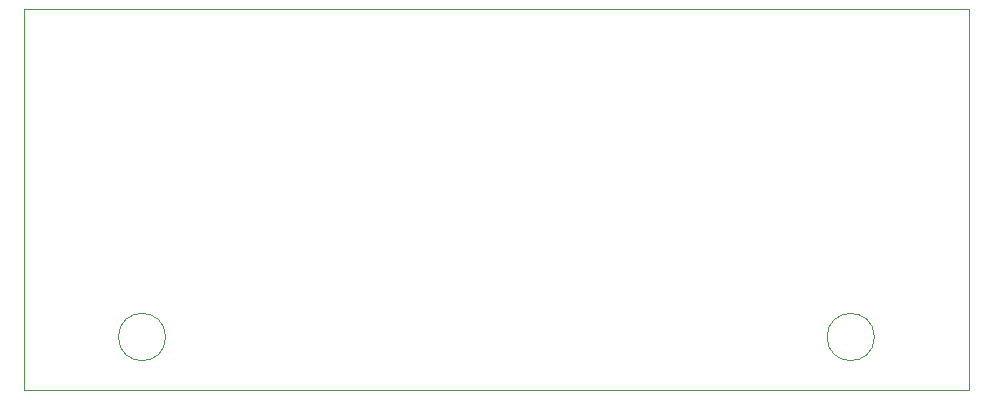
<source format=gbr>
%TF.GenerationSoftware,KiCad,Pcbnew,8.0.1*%
%TF.CreationDate,2024-10-21T16:06:20-03:00*%
%TF.ProjectId,placa_de_sensores,706c6163-615f-4646-955f-73656e736f72,rev?*%
%TF.SameCoordinates,Original*%
%TF.FileFunction,Profile,NP*%
%FSLAX46Y46*%
G04 Gerber Fmt 4.6, Leading zero omitted, Abs format (unit mm)*
G04 Created by KiCad (PCBNEW 8.0.1) date 2024-10-21 16:06:20*
%MOMM*%
%LPD*%
G01*
G04 APERTURE LIST*
%TA.AperFunction,Profile*%
%ADD10C,0.050000*%
%TD*%
G04 APERTURE END LIST*
D10*
X197000000Y-73500000D02*
G75*
G02*
X193000000Y-73500000I-2000000J0D01*
G01*
X193000000Y-73500000D02*
G75*
G02*
X197000000Y-73500000I2000000J0D01*
G01*
X137000000Y-73500000D02*
G75*
G02*
X133000000Y-73500000I-2000000J0D01*
G01*
X133000000Y-73500000D02*
G75*
G02*
X137000000Y-73500000I2000000J0D01*
G01*
X125000000Y-45750000D02*
X205000000Y-45750000D01*
X205000000Y-78000000D01*
X125000000Y-78000000D01*
X125000000Y-45750000D01*
M02*

</source>
